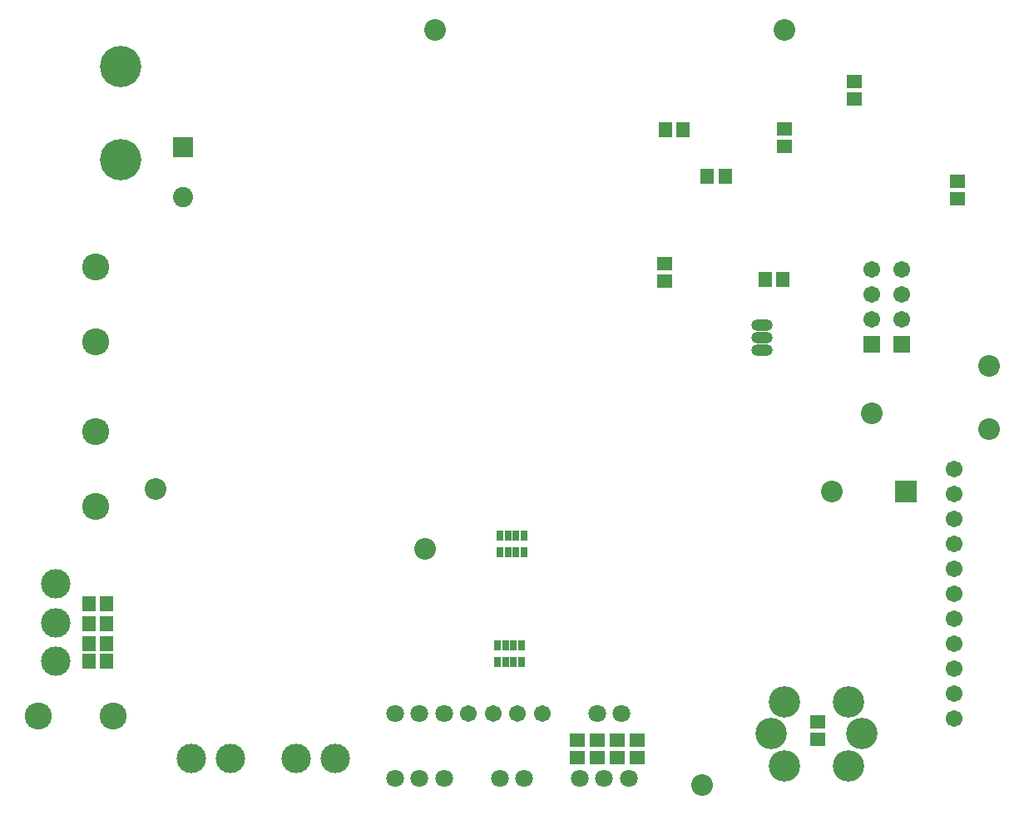
<source format=gbs>
%FSLAX25Y25*%
%MOIN*%
G70*
G01*
G75*
G04 Layer_Color=16711935*
%ADD10R,0.09449X0.07087*%
%ADD11O,0.02756X0.09843*%
%ADD12R,0.03937X0.11417*%
%ADD13R,0.40945X0.31496*%
%ADD14R,0.05512X0.04724*%
%ADD15R,0.04724X0.05512*%
%ADD16R,0.21654X0.23228*%
%ADD17R,0.03543X0.07087*%
%ADD18R,0.04528X0.02362*%
%ADD19R,0.06693X0.06693*%
%ADD20R,0.09252X0.20276*%
%ADD21R,0.07992X0.08976*%
%ADD22R,0.09843X0.05512*%
%ADD23R,0.06693X0.06693*%
%ADD24R,0.19685X0.31496*%
%ADD25R,0.09449X0.03937*%
%ADD26R,0.09449X0.12992*%
%ADD27R,0.08465X0.11221*%
G04:AMPARAMS|DCode=28|XSize=11.81mil|YSize=59.06mil|CornerRadius=2.95mil|HoleSize=0mil|Usage=FLASHONLY|Rotation=90.000|XOffset=0mil|YOffset=0mil|HoleType=Round|Shape=RoundedRectangle|*
%AMROUNDEDRECTD28*
21,1,0.01181,0.05315,0,0,90.0*
21,1,0.00591,0.05906,0,0,90.0*
1,1,0.00591,0.02658,0.00295*
1,1,0.00591,0.02658,-0.00295*
1,1,0.00591,-0.02658,-0.00295*
1,1,0.00591,-0.02658,0.00295*
%
%ADD28ROUNDEDRECTD28*%
G04:AMPARAMS|DCode=29|XSize=11.81mil|YSize=59.06mil|CornerRadius=2.95mil|HoleSize=0mil|Usage=FLASHONLY|Rotation=180.000|XOffset=0mil|YOffset=0mil|HoleType=Round|Shape=RoundedRectangle|*
%AMROUNDEDRECTD29*
21,1,0.01181,0.05315,0,0,180.0*
21,1,0.00591,0.05906,0,0,180.0*
1,1,0.00591,-0.00295,0.02658*
1,1,0.00591,0.00295,0.02658*
1,1,0.00591,0.00295,-0.02658*
1,1,0.00591,-0.00295,-0.02658*
%
%ADD29ROUNDEDRECTD29*%
%ADD30R,0.07874X0.03150*%
%ADD31R,0.07874X0.02992*%
%ADD32O,0.06102X0.00984*%
%ADD33O,0.00984X0.06102*%
%ADD34O,0.08858X0.02362*%
%ADD35O,0.09843X0.02756*%
%ADD36R,0.07284X0.16339*%
%ADD37R,0.02362X0.04528*%
%ADD38R,0.20276X0.09252*%
G04:AMPARAMS|DCode=39|XSize=25.59mil|YSize=64.96mil|CornerRadius=1.92mil|HoleSize=0mil|Usage=FLASHONLY|Rotation=0.000|XOffset=0mil|YOffset=0mil|HoleType=Round|Shape=RoundedRectangle|*
%AMROUNDEDRECTD39*
21,1,0.02559,0.06112,0,0,0.0*
21,1,0.02175,0.06496,0,0,0.0*
1,1,0.00384,0.01088,-0.03056*
1,1,0.00384,-0.01088,-0.03056*
1,1,0.00384,-0.01088,0.03056*
1,1,0.00384,0.01088,0.03056*
%
%ADD39ROUNDEDRECTD39*%
%ADD40C,0.01000*%
%ADD41C,0.04000*%
%ADD42C,0.02000*%
%ADD43C,0.10000*%
%ADD44C,0.12000*%
%ADD45C,0.07874*%
%ADD46O,0.07874X0.03937*%
%ADD47O,0.07874X0.03937*%
%ADD48C,0.10000*%
%ADD49C,0.05906*%
%ADD50R,0.05906X0.05906*%
%ADD51C,0.06299*%
%ADD52C,0.11000*%
%ADD53C,0.15748*%
%ADD54R,0.07284X0.07284*%
%ADD55C,0.07284*%
%ADD56R,0.07874X0.07874*%
%ADD57C,0.11811*%
%ADD58C,0.01500*%
%ADD59C,0.01600*%
%ADD60C,0.03500*%
%ADD61C,0.06000*%
%ADD62C,0.03000*%
%ADD63C,0.07000*%
%ADD64R,0.02165X0.03543*%
%ADD65C,0.00984*%
%ADD66C,0.00787*%
%ADD67C,0.01969*%
%ADD68C,0.02362*%
%ADD69C,0.00800*%
%ADD70C,0.00600*%
%ADD71R,0.10249X0.07887*%
%ADD72O,0.03556X0.10642*%
%ADD73R,0.04737X0.12217*%
%ADD74R,0.41745X0.32296*%
%ADD75R,0.06312X0.05524*%
%ADD76R,0.05524X0.06312*%
%ADD77R,0.22453X0.24028*%
%ADD78R,0.04343X0.07887*%
%ADD79R,0.05328X0.03162*%
%ADD80R,0.07493X0.07493*%
%ADD81R,0.10052X0.21076*%
%ADD82R,0.08792X0.09776*%
%ADD83R,0.10642X0.06312*%
%ADD84R,0.07493X0.07493*%
%ADD85R,0.20485X0.32296*%
%ADD86R,0.10249X0.04737*%
%ADD87R,0.10249X0.13792*%
%ADD88R,0.09265X0.12020*%
G04:AMPARAMS|DCode=89|XSize=19.81mil|YSize=67.06mil|CornerRadius=6.95mil|HoleSize=0mil|Usage=FLASHONLY|Rotation=90.000|XOffset=0mil|YOffset=0mil|HoleType=Round|Shape=RoundedRectangle|*
%AMROUNDEDRECTD89*
21,1,0.01981,0.05315,0,0,90.0*
21,1,0.00591,0.06706,0,0,90.0*
1,1,0.01391,0.02658,0.00295*
1,1,0.01391,0.02658,-0.00295*
1,1,0.01391,-0.02658,-0.00295*
1,1,0.01391,-0.02658,0.00295*
%
%ADD89ROUNDEDRECTD89*%
G04:AMPARAMS|DCode=90|XSize=19.81mil|YSize=67.06mil|CornerRadius=6.95mil|HoleSize=0mil|Usage=FLASHONLY|Rotation=180.000|XOffset=0mil|YOffset=0mil|HoleType=Round|Shape=RoundedRectangle|*
%AMROUNDEDRECTD90*
21,1,0.01981,0.05315,0,0,180.0*
21,1,0.00591,0.06706,0,0,180.0*
1,1,0.01391,-0.00295,0.02658*
1,1,0.01391,0.00295,0.02658*
1,1,0.01391,0.00295,-0.02658*
1,1,0.01391,-0.00295,-0.02658*
%
%ADD90ROUNDEDRECTD90*%
%ADD91R,0.08674X0.03950*%
%ADD92R,0.08674X0.03792*%
%ADD93O,0.06902X0.01784*%
%ADD94O,0.01784X0.06902*%
%ADD95O,0.09658X0.03162*%
%ADD96O,0.10642X0.03556*%
%ADD97R,0.08083X0.17139*%
%ADD98R,0.03162X0.05328*%
%ADD99R,0.21076X0.10052*%
G04:AMPARAMS|DCode=100|XSize=33.59mil|YSize=72.96mil|CornerRadius=5.92mil|HoleSize=0mil|Usage=FLASHONLY|Rotation=0.000|XOffset=0mil|YOffset=0mil|HoleType=Round|Shape=RoundedRectangle|*
%AMROUNDEDRECTD100*
21,1,0.03359,0.06112,0,0,0.0*
21,1,0.02175,0.07296,0,0,0.0*
1,1,0.01184,0.01088,-0.03056*
1,1,0.01184,-0.01088,-0.03056*
1,1,0.01184,-0.01088,0.03056*
1,1,0.01184,0.01088,0.03056*
%
%ADD100ROUNDEDRECTD100*%
%ADD101C,0.08674*%
%ADD102O,0.08674X0.04737*%
%ADD103O,0.08674X0.04737*%
%ADD104C,0.10800*%
%ADD105C,0.06706*%
%ADD106R,0.06706X0.06706*%
%ADD107C,0.07099*%
%ADD108C,0.11800*%
%ADD109C,0.16548*%
%ADD110R,0.08083X0.08083*%
%ADD111C,0.08083*%
%ADD112R,0.08674X0.08674*%
%ADD113C,0.12611*%
%ADD114R,0.02965X0.04343*%
D75*
X321000Y-59543D02*
D03*
Y-52457D02*
D03*
X273000Y-106457D02*
D03*
Y-113543D02*
D03*
X334600Y-290257D02*
D03*
Y-297343D02*
D03*
X349000Y-40543D02*
D03*
Y-33457D02*
D03*
X390600Y-73457D02*
D03*
Y-80543D02*
D03*
X238000Y-304543D02*
D03*
Y-297457D02*
D03*
X246000Y-304543D02*
D03*
Y-297457D02*
D03*
X254000Y-304543D02*
D03*
Y-297457D02*
D03*
X262000Y-304543D02*
D03*
Y-297457D02*
D03*
D76*
X280543Y-53000D02*
D03*
X273457D02*
D03*
X313457Y-113000D02*
D03*
X320543D02*
D03*
X297343Y-71400D02*
D03*
X290257D02*
D03*
X49543Y-266000D02*
D03*
X42457D02*
D03*
X49543Y-259000D02*
D03*
X42457D02*
D03*
X49543Y-251000D02*
D03*
X42457D02*
D03*
X49543Y-243000D02*
D03*
X42457D02*
D03*
D101*
X69000Y-197000D02*
D03*
X181000Y-13000D02*
D03*
X288200Y-315400D02*
D03*
X356200Y-166600D02*
D03*
X177000Y-221000D02*
D03*
X321000Y-13000D02*
D03*
X403000Y-147409D02*
D03*
Y-173000D02*
D03*
X340039Y-198000D02*
D03*
D102*
X312200Y-141200D02*
D03*
Y-131200D02*
D03*
D103*
Y-136200D02*
D03*
D104*
X45000Y-204000D02*
D03*
Y-174000D02*
D03*
Y-138000D02*
D03*
Y-108000D02*
D03*
X22000Y-288000D02*
D03*
X52000D02*
D03*
D105*
X356000Y-109000D02*
D03*
Y-119000D02*
D03*
Y-129000D02*
D03*
X368000Y-109000D02*
D03*
Y-119000D02*
D03*
Y-129000D02*
D03*
X389000Y-289000D02*
D03*
Y-279000D02*
D03*
Y-269000D02*
D03*
Y-259000D02*
D03*
Y-239000D02*
D03*
Y-229000D02*
D03*
Y-249000D02*
D03*
Y-219000D02*
D03*
Y-209000D02*
D03*
Y-199000D02*
D03*
Y-189000D02*
D03*
X194528Y-287000D02*
D03*
X204370D02*
D03*
X214213D02*
D03*
X224055D02*
D03*
D106*
X356000Y-139000D02*
D03*
X368000D02*
D03*
D107*
X258685Y-313000D02*
D03*
X248843D02*
D03*
X239000D02*
D03*
X184685Y-287000D02*
D03*
X174843D02*
D03*
X165000D02*
D03*
X255842D02*
D03*
X246000D02*
D03*
X184685Y-313000D02*
D03*
X174843D02*
D03*
X165000D02*
D03*
X216843D02*
D03*
X207000D02*
D03*
D108*
X141000Y-305000D02*
D03*
X125409D02*
D03*
X99000D02*
D03*
X83410D02*
D03*
X29000Y-266000D02*
D03*
Y-250410D02*
D03*
Y-234819D02*
D03*
D109*
X55000Y-65000D02*
D03*
Y-27598D02*
D03*
D110*
X80000Y-60000D02*
D03*
D111*
Y-80000D02*
D03*
D112*
X369961Y-198000D02*
D03*
D113*
X352307Y-295000D02*
D03*
X346945Y-307945D02*
D03*
X315693Y-295000D02*
D03*
X321055Y-282055D02*
D03*
X346945D02*
D03*
X321055Y-307945D02*
D03*
D114*
X206276Y-259653D02*
D03*
X209425D02*
D03*
X212575D02*
D03*
X215724D02*
D03*
X206276Y-266347D02*
D03*
X209425D02*
D03*
X212575D02*
D03*
X215724D02*
D03*
X207276Y-215653D02*
D03*
X210425D02*
D03*
X213575D02*
D03*
X216724D02*
D03*
X207276Y-222346D02*
D03*
X210425D02*
D03*
X213575D02*
D03*
X216724D02*
D03*
M02*

</source>
